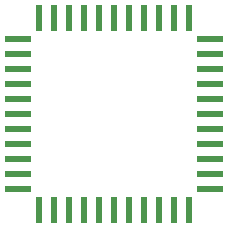
<source format=gbr>
G04 EAGLE Gerber RS-274X export*
G75*
%MOMM*%
%FSLAX34Y34*%
%LPD*%
%INSolderpaste Top*%
%IPPOS*%
%AMOC8*
5,1,8,0,0,1.08239X$1,22.5*%
G01*
%ADD10R,0.600000X2.200000*%
%ADD11R,2.200000X0.600000*%


D10*
X-228600Y55600D03*
X-241300Y55600D03*
X-254000Y55600D03*
X-266700Y55600D03*
X-279400Y55600D03*
X-292100Y55600D03*
D11*
X-309600Y38100D03*
X-309600Y25400D03*
X-309600Y12700D03*
X-309600Y0D03*
X-309600Y-12700D03*
X-309600Y-25400D03*
X-309600Y-38100D03*
X-309600Y-50800D03*
X-309600Y-63500D03*
X-309600Y-76200D03*
X-309600Y-88900D03*
D10*
X-292100Y-106400D03*
X-279400Y-106400D03*
X-266700Y-106400D03*
X-254000Y-106400D03*
X-241300Y-106400D03*
X-228600Y-106400D03*
X-215900Y-106400D03*
X-203200Y-106400D03*
X-190500Y-106400D03*
X-177800Y-106400D03*
X-165100Y-106400D03*
D11*
X-147600Y-88900D03*
X-147600Y-76200D03*
X-147600Y-63500D03*
X-147600Y-50800D03*
X-147600Y-38100D03*
X-147600Y-25400D03*
X-147600Y-12700D03*
X-147600Y0D03*
X-147600Y12700D03*
X-147600Y25400D03*
X-147600Y38100D03*
D10*
X-165100Y55600D03*
X-177800Y55600D03*
X-190500Y55600D03*
X-203200Y55600D03*
X-215900Y55600D03*
M02*

</source>
